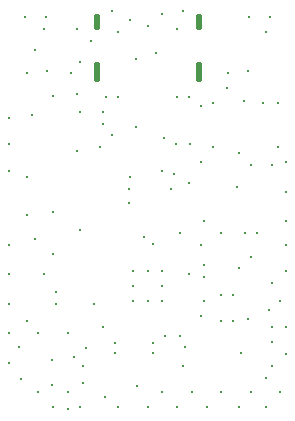
<source format=gbr>
%TF.GenerationSoftware,Altium Limited,Altium Designer,23.2.1 (34)*%
G04 Layer_Color=0*
%FSLAX26Y26*%
%MOIN*%
%TF.SameCoordinates,DAB62C51-C882-44BF-9B97-BA74F53622F3*%
%TF.FilePolarity,Positive*%
%TF.FileFunction,Plated,1,4,PTH,Drill*%
%TF.Part,Single*%
G01*
G75*
%TA.AperFunction,ComponentDrill*%
%ADD82O,0.021654X0.068898*%
%ADD83O,0.021654X0.057087*%
%TA.AperFunction,ViaDrill,NotFilled*%
%ADD84C,0.011811*%
%ADD85C,0.009842*%
D82*
X170276Y714567D02*
D03*
X-170276D02*
D03*
D83*
Y879921D02*
D03*
X170276D02*
D03*
D84*
X-374016Y787402D02*
D03*
X-141732Y-370079D02*
D03*
X-62992Y275591D02*
D03*
Y322835D02*
D03*
X-59055Y362205D02*
D03*
X47244Y381890D02*
D03*
X-338583Y897638D02*
D03*
X-409449D02*
D03*
X338583D02*
D03*
X-334646Y716535D02*
D03*
X409449Y897638D02*
D03*
X393701Y846457D02*
D03*
X267716Y708661D02*
D03*
X334646Y716535D02*
D03*
X265748Y659449D02*
D03*
X296435Y328562D02*
D03*
X125984Y-204724D02*
D03*
X-118110Y501969D02*
D03*
X-147638Y541339D02*
D03*
X177165Y600394D02*
D03*
Y413386D02*
D03*
X305118Y442913D02*
D03*
X29528Y777559D02*
D03*
X-226378Y748032D02*
D03*
X-39370Y757874D02*
D03*
X216535Y462598D02*
D03*
X-255905Y708661D02*
D03*
X-59055Y885827D02*
D03*
X49213Y905512D02*
D03*
X-98425Y846457D02*
D03*
X98425Y856299D02*
D03*
X-236220D02*
D03*
X344488Y403543D02*
D03*
X413386D02*
D03*
X462598Y413386D02*
D03*
Y314961D02*
D03*
Y216535D02*
D03*
X-344488Y856299D02*
D03*
X-236220Y639764D02*
D03*
X-383858Y570866D02*
D03*
X-374016Y157480D02*
D03*
X-314961Y246063D02*
D03*
Y108268D02*
D03*
X322835Y618110D02*
D03*
X383858Y610236D02*
D03*
X433071Y610236D02*
D03*
X-462598Y561024D02*
D03*
Y472441D02*
D03*
Y383858D02*
D03*
X-403543Y364173D02*
D03*
X-314961Y633858D02*
D03*
X0Y866142D02*
D03*
X118110Y915354D02*
D03*
X-118110D02*
D03*
X-187008Y816929D02*
D03*
X-226378Y580709D02*
D03*
X-147638D02*
D03*
X-157480Y462598D02*
D03*
X55118Y492126D02*
D03*
X94488Y472441D02*
D03*
X177165Y137795D02*
D03*
X108268Y177165D02*
D03*
X-305118Y-59055D02*
D03*
X-462598Y137795D02*
D03*
Y39370D02*
D03*
Y-59055D02*
D03*
X-344488Y39370D02*
D03*
X-403543Y-118110D02*
D03*
X-305118Y-19685D02*
D03*
X216535Y610236D02*
D03*
X462598Y137795D02*
D03*
X187008Y216535D02*
D03*
X413386Y-137795D02*
D03*
X462598D02*
D03*
Y-226378D02*
D03*
X311024Y-224409D02*
D03*
X-236220Y448819D02*
D03*
X246063Y-354331D02*
D03*
X196850Y-403543D02*
D03*
X147638Y-354331D02*
D03*
X98425Y-403543D02*
D03*
X413386Y-187008D02*
D03*
Y-265748D02*
D03*
X-216535D02*
D03*
X-462598Y-157480D02*
D03*
X-265748D02*
D03*
X-364173D02*
D03*
X-244095Y-236220D02*
D03*
X-319808Y-247484D02*
D03*
X-429134Y-204724D02*
D03*
X-462598Y-255905D02*
D03*
X-226378Y-403543D02*
D03*
X-149606Y-137795D02*
D03*
X-110236Y-224409D02*
D03*
Y-188976D02*
D03*
X19685Y-224409D02*
D03*
Y-188976D02*
D03*
X305118Y-403543D02*
D03*
X344488Y-354331D02*
D03*
X49213D02*
D03*
X0Y-403543D02*
D03*
X-421260Y-311024D02*
D03*
X-318898Y-330709D02*
D03*
X-216535Y-322835D02*
D03*
X-265748Y-354331D02*
D03*
X-364173D02*
D03*
X393701Y-305118D02*
D03*
X442913Y-354331D02*
D03*
X393701Y-403543D02*
D03*
X-35433Y-334646D02*
D03*
X-98425Y-403543D02*
D03*
X-314961D02*
D03*
X141732Y472441D02*
D03*
X433071Y462598D02*
D03*
X137795Y344488D02*
D03*
Y628856D02*
D03*
X98421Y628852D02*
D03*
X-98421Y629918D02*
D03*
X-137795Y629921D02*
D03*
X-403543Y708661D02*
D03*
Y236220D02*
D03*
X177165Y-98425D02*
D03*
X187008Y-49213D02*
D03*
X-226378Y187008D02*
D03*
X-206693Y-206693D02*
D03*
X118110Y-265748D02*
D03*
X285433Y-118110D02*
D03*
X364173Y177165D02*
D03*
X440945Y-51181D02*
D03*
X246063Y177165D02*
D03*
X334646Y-108268D02*
D03*
X413386Y9842D02*
D03*
X-177165Y-59055D02*
D03*
X462599Y49213D02*
D03*
X187008Y29527D02*
D03*
Y68898D02*
D03*
X88583Y374016D02*
D03*
X78740Y324803D02*
D03*
D85*
X-10827Y164370D02*
D03*
X303150Y59055D02*
D03*
X16453Y139153D02*
D03*
X138052Y39113D02*
D03*
X-265748Y-411417D02*
D03*
X246063Y-29528D02*
D03*
X285433D02*
D03*
X-39370Y531496D02*
D03*
X108138Y-167453D02*
D03*
X246063Y-118110D02*
D03*
X59055Y-167323D02*
D03*
X49213Y0D02*
D03*
X0Y-49213D02*
D03*
X-49213Y0D02*
D03*
X0Y49213D02*
D03*
X49213Y-49213D02*
D03*
X-49213D02*
D03*
X49213Y49213D02*
D03*
X-49213D02*
D03*
X324803Y177165D02*
D03*
X403543Y-78740D02*
D03*
X344488Y98425D02*
D03*
%TF.MD5,6c2fe5111b36f91496c485457aabf089*%
M02*

</source>
